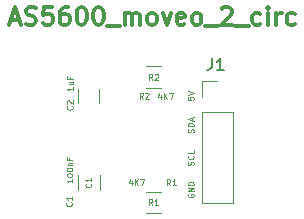
<source format=gbr>
G04 #@! TF.GenerationSoftware,KiCad,Pcbnew,5.0.2-bee76a0~70~ubuntu18.04.1*
G04 #@! TF.CreationDate,2018-11-28T17:48:58+01:00*
G04 #@! TF.ProjectId,AS5600_moveo_2_circ,41533536-3030-45f6-9d6f-76656f5f325f,rev?*
G04 #@! TF.SameCoordinates,Original*
G04 #@! TF.FileFunction,Legend,Top*
G04 #@! TF.FilePolarity,Positive*
%FSLAX46Y46*%
G04 Gerber Fmt 4.6, Leading zero omitted, Abs format (unit mm)*
G04 Created by KiCad (PCBNEW 5.0.2-bee76a0~70~ubuntu18.04.1) date mié 28 nov 2018 17:48:58 CET*
%MOMM*%
%LPD*%
G01*
G04 APERTURE LIST*
%ADD10C,0.300000*%
%ADD11C,0.100000*%
%ADD12C,0.120000*%
%ADD13C,0.150000*%
G04 APERTURE END LIST*
D10*
X135779585Y-74341800D02*
X136493871Y-74341800D01*
X135636728Y-74770371D02*
X136136728Y-73270371D01*
X136636728Y-74770371D01*
X137065300Y-74698942D02*
X137279585Y-74770371D01*
X137636728Y-74770371D01*
X137779585Y-74698942D01*
X137851014Y-74627514D01*
X137922442Y-74484657D01*
X137922442Y-74341800D01*
X137851014Y-74198942D01*
X137779585Y-74127514D01*
X137636728Y-74056085D01*
X137351014Y-73984657D01*
X137208157Y-73913228D01*
X137136728Y-73841800D01*
X137065300Y-73698942D01*
X137065300Y-73556085D01*
X137136728Y-73413228D01*
X137208157Y-73341800D01*
X137351014Y-73270371D01*
X137708157Y-73270371D01*
X137922442Y-73341800D01*
X139279585Y-73270371D02*
X138565300Y-73270371D01*
X138493871Y-73984657D01*
X138565300Y-73913228D01*
X138708157Y-73841800D01*
X139065300Y-73841800D01*
X139208157Y-73913228D01*
X139279585Y-73984657D01*
X139351014Y-74127514D01*
X139351014Y-74484657D01*
X139279585Y-74627514D01*
X139208157Y-74698942D01*
X139065300Y-74770371D01*
X138708157Y-74770371D01*
X138565300Y-74698942D01*
X138493871Y-74627514D01*
X140636728Y-73270371D02*
X140351014Y-73270371D01*
X140208157Y-73341800D01*
X140136728Y-73413228D01*
X139993871Y-73627514D01*
X139922442Y-73913228D01*
X139922442Y-74484657D01*
X139993871Y-74627514D01*
X140065300Y-74698942D01*
X140208157Y-74770371D01*
X140493871Y-74770371D01*
X140636728Y-74698942D01*
X140708157Y-74627514D01*
X140779585Y-74484657D01*
X140779585Y-74127514D01*
X140708157Y-73984657D01*
X140636728Y-73913228D01*
X140493871Y-73841800D01*
X140208157Y-73841800D01*
X140065300Y-73913228D01*
X139993871Y-73984657D01*
X139922442Y-74127514D01*
X141708157Y-73270371D02*
X141851014Y-73270371D01*
X141993871Y-73341800D01*
X142065300Y-73413228D01*
X142136728Y-73556085D01*
X142208157Y-73841800D01*
X142208157Y-74198942D01*
X142136728Y-74484657D01*
X142065300Y-74627514D01*
X141993871Y-74698942D01*
X141851014Y-74770371D01*
X141708157Y-74770371D01*
X141565300Y-74698942D01*
X141493871Y-74627514D01*
X141422442Y-74484657D01*
X141351014Y-74198942D01*
X141351014Y-73841800D01*
X141422442Y-73556085D01*
X141493871Y-73413228D01*
X141565300Y-73341800D01*
X141708157Y-73270371D01*
X143136728Y-73270371D02*
X143279585Y-73270371D01*
X143422442Y-73341800D01*
X143493871Y-73413228D01*
X143565300Y-73556085D01*
X143636728Y-73841800D01*
X143636728Y-74198942D01*
X143565300Y-74484657D01*
X143493871Y-74627514D01*
X143422442Y-74698942D01*
X143279585Y-74770371D01*
X143136728Y-74770371D01*
X142993871Y-74698942D01*
X142922442Y-74627514D01*
X142851014Y-74484657D01*
X142779585Y-74198942D01*
X142779585Y-73841800D01*
X142851014Y-73556085D01*
X142922442Y-73413228D01*
X142993871Y-73341800D01*
X143136728Y-73270371D01*
X143922442Y-74913228D02*
X145065300Y-74913228D01*
X145422442Y-74770371D02*
X145422442Y-73770371D01*
X145422442Y-73913228D02*
X145493871Y-73841800D01*
X145636728Y-73770371D01*
X145851014Y-73770371D01*
X145993871Y-73841800D01*
X146065300Y-73984657D01*
X146065300Y-74770371D01*
X146065300Y-73984657D02*
X146136728Y-73841800D01*
X146279585Y-73770371D01*
X146493871Y-73770371D01*
X146636728Y-73841800D01*
X146708157Y-73984657D01*
X146708157Y-74770371D01*
X147636728Y-74770371D02*
X147493871Y-74698942D01*
X147422442Y-74627514D01*
X147351014Y-74484657D01*
X147351014Y-74056085D01*
X147422442Y-73913228D01*
X147493871Y-73841800D01*
X147636728Y-73770371D01*
X147851014Y-73770371D01*
X147993871Y-73841800D01*
X148065300Y-73913228D01*
X148136728Y-74056085D01*
X148136728Y-74484657D01*
X148065300Y-74627514D01*
X147993871Y-74698942D01*
X147851014Y-74770371D01*
X147636728Y-74770371D01*
X148636728Y-73770371D02*
X148993871Y-74770371D01*
X149351014Y-73770371D01*
X150493871Y-74698942D02*
X150351014Y-74770371D01*
X150065300Y-74770371D01*
X149922442Y-74698942D01*
X149851014Y-74556085D01*
X149851014Y-73984657D01*
X149922442Y-73841800D01*
X150065300Y-73770371D01*
X150351014Y-73770371D01*
X150493871Y-73841800D01*
X150565300Y-73984657D01*
X150565300Y-74127514D01*
X149851014Y-74270371D01*
X151422442Y-74770371D02*
X151279585Y-74698942D01*
X151208157Y-74627514D01*
X151136728Y-74484657D01*
X151136728Y-74056085D01*
X151208157Y-73913228D01*
X151279585Y-73841800D01*
X151422442Y-73770371D01*
X151636728Y-73770371D01*
X151779585Y-73841800D01*
X151851014Y-73913228D01*
X151922442Y-74056085D01*
X151922442Y-74484657D01*
X151851014Y-74627514D01*
X151779585Y-74698942D01*
X151636728Y-74770371D01*
X151422442Y-74770371D01*
X152208157Y-74913228D02*
X153351014Y-74913228D01*
X153636728Y-73413228D02*
X153708157Y-73341800D01*
X153851014Y-73270371D01*
X154208157Y-73270371D01*
X154351014Y-73341800D01*
X154422442Y-73413228D01*
X154493871Y-73556085D01*
X154493871Y-73698942D01*
X154422442Y-73913228D01*
X153565300Y-74770371D01*
X154493871Y-74770371D01*
X154779585Y-74913228D02*
X155922442Y-74913228D01*
X156922442Y-74698942D02*
X156779585Y-74770371D01*
X156493871Y-74770371D01*
X156351014Y-74698942D01*
X156279585Y-74627514D01*
X156208157Y-74484657D01*
X156208157Y-74056085D01*
X156279585Y-73913228D01*
X156351014Y-73841800D01*
X156493871Y-73770371D01*
X156779585Y-73770371D01*
X156922442Y-73841800D01*
X157565300Y-74770371D02*
X157565300Y-73770371D01*
X157565300Y-73270371D02*
X157493871Y-73341800D01*
X157565300Y-73413228D01*
X157636728Y-73341800D01*
X157565300Y-73270371D01*
X157565300Y-73413228D01*
X158279585Y-74770371D02*
X158279585Y-73770371D01*
X158279585Y-74056085D02*
X158351014Y-73913228D01*
X158422442Y-73841800D01*
X158565300Y-73770371D01*
X158708157Y-73770371D01*
X159851014Y-74698942D02*
X159708157Y-74770371D01*
X159422442Y-74770371D01*
X159279585Y-74698942D01*
X159208157Y-74627514D01*
X159136728Y-74484657D01*
X159136728Y-74056085D01*
X159208157Y-73913228D01*
X159279585Y-73841800D01*
X159422442Y-73770371D01*
X159708157Y-73770371D01*
X159851014Y-73841800D01*
D11*
X151256180Y-83893742D02*
X151279990Y-83822314D01*
X151279990Y-83703266D01*
X151256180Y-83655647D01*
X151232371Y-83631838D01*
X151184752Y-83608028D01*
X151137133Y-83608028D01*
X151089514Y-83631838D01*
X151065704Y-83655647D01*
X151041895Y-83703266D01*
X151018085Y-83798504D01*
X150994276Y-83846123D01*
X150970466Y-83869933D01*
X150922847Y-83893742D01*
X150875228Y-83893742D01*
X150827609Y-83869933D01*
X150803800Y-83846123D01*
X150779990Y-83798504D01*
X150779990Y-83679457D01*
X150803800Y-83608028D01*
X151279990Y-83393742D02*
X150779990Y-83393742D01*
X150779990Y-83274695D01*
X150803800Y-83203266D01*
X150851419Y-83155647D01*
X150899038Y-83131838D01*
X150994276Y-83108028D01*
X151065704Y-83108028D01*
X151160942Y-83131838D01*
X151208561Y-83155647D01*
X151256180Y-83203266D01*
X151279990Y-83274695D01*
X151279990Y-83393742D01*
X151137133Y-82917552D02*
X151137133Y-82679457D01*
X151279990Y-82965171D02*
X150779990Y-82798504D01*
X151279990Y-82631838D01*
X151256180Y-86650438D02*
X151279990Y-86579009D01*
X151279990Y-86459961D01*
X151256180Y-86412342D01*
X151232371Y-86388533D01*
X151184752Y-86364723D01*
X151137133Y-86364723D01*
X151089514Y-86388533D01*
X151065704Y-86412342D01*
X151041895Y-86459961D01*
X151018085Y-86555200D01*
X150994276Y-86602819D01*
X150970466Y-86626628D01*
X150922847Y-86650438D01*
X150875228Y-86650438D01*
X150827609Y-86626628D01*
X150803800Y-86602819D01*
X150779990Y-86555200D01*
X150779990Y-86436152D01*
X150803800Y-86364723D01*
X151232371Y-85864723D02*
X151256180Y-85888533D01*
X151279990Y-85959961D01*
X151279990Y-86007580D01*
X151256180Y-86079009D01*
X151208561Y-86126628D01*
X151160942Y-86150438D01*
X151065704Y-86174247D01*
X150994276Y-86174247D01*
X150899038Y-86150438D01*
X150851419Y-86126628D01*
X150803800Y-86079009D01*
X150779990Y-86007580D01*
X150779990Y-85959961D01*
X150803800Y-85888533D01*
X150827609Y-85864723D01*
X151279990Y-85412342D02*
X151279990Y-85650438D01*
X150779990Y-85650438D01*
X150803800Y-89103152D02*
X150779990Y-89150771D01*
X150779990Y-89222200D01*
X150803800Y-89293628D01*
X150851419Y-89341247D01*
X150899038Y-89365057D01*
X150994276Y-89388866D01*
X151065704Y-89388866D01*
X151160942Y-89365057D01*
X151208561Y-89341247D01*
X151256180Y-89293628D01*
X151279990Y-89222200D01*
X151279990Y-89174580D01*
X151256180Y-89103152D01*
X151232371Y-89079342D01*
X151065704Y-89079342D01*
X151065704Y-89174580D01*
X151279990Y-88865057D02*
X150779990Y-88865057D01*
X151279990Y-88579342D01*
X150779990Y-88579342D01*
X151279990Y-88341247D02*
X150779990Y-88341247D01*
X150779990Y-88222200D01*
X150803800Y-88150771D01*
X150851419Y-88103152D01*
X150899038Y-88079342D01*
X150994276Y-88055533D01*
X151065704Y-88055533D01*
X151160942Y-88079342D01*
X151208561Y-88103152D01*
X151256180Y-88150771D01*
X151279990Y-88222200D01*
X151279990Y-88341247D01*
X150779990Y-80892638D02*
X150779990Y-81130733D01*
X151018085Y-81154542D01*
X150994276Y-81130733D01*
X150970466Y-81083114D01*
X150970466Y-80964066D01*
X150994276Y-80916447D01*
X151018085Y-80892638D01*
X151065704Y-80868828D01*
X151184752Y-80868828D01*
X151232371Y-80892638D01*
X151256180Y-80916447D01*
X151279990Y-80964066D01*
X151279990Y-81083114D01*
X151256180Y-81130733D01*
X151232371Y-81154542D01*
X150779990Y-80725971D02*
X151279990Y-80559304D01*
X150779990Y-80392638D01*
D12*
G04 #@! TO.C,C1*
X141507800Y-87539036D02*
X141507800Y-88743164D01*
X143327800Y-87539036D02*
X143327800Y-88743164D01*
G04 #@! TO.C,C2*
X143289700Y-81439164D02*
X143289700Y-80235036D01*
X141469700Y-81439164D02*
X141469700Y-80235036D01*
G04 #@! TO.C,J1*
X151946300Y-89836300D02*
X154606300Y-89836300D01*
X151946300Y-82156300D02*
X151946300Y-89836300D01*
X154606300Y-82156300D02*
X154606300Y-89836300D01*
X151946300Y-82156300D02*
X154606300Y-82156300D01*
X151946300Y-80886300D02*
X151946300Y-79556300D01*
X151946300Y-79556300D02*
X153276300Y-79556300D01*
G04 #@! TO.C,R1*
X147264036Y-90724400D02*
X148468164Y-90724400D01*
X147264036Y-88904400D02*
X148468164Y-88904400D01*
G04 #@! TO.C,R2*
X148468164Y-78312600D02*
X147264036Y-78312600D01*
X148468164Y-80132600D02*
X147264036Y-80132600D01*
G04 #@! TO.C,C1*
D11*
X142558271Y-88221333D02*
X142582080Y-88245142D01*
X142605890Y-88316571D01*
X142605890Y-88364190D01*
X142582080Y-88435619D01*
X142534461Y-88483238D01*
X142486842Y-88507047D01*
X142391604Y-88530857D01*
X142320176Y-88530857D01*
X142224938Y-88507047D01*
X142177319Y-88483238D01*
X142129700Y-88435619D01*
X142105890Y-88364190D01*
X142105890Y-88316571D01*
X142129700Y-88245142D01*
X142153509Y-88221333D01*
X142605890Y-87745142D02*
X142605890Y-88030857D01*
X142605890Y-87888000D02*
X142105890Y-87888000D01*
X142177319Y-87935619D01*
X142224938Y-87983238D01*
X142248747Y-88030857D01*
X141005690Y-87845009D02*
X141005690Y-88130723D01*
X141005690Y-87987866D02*
X140505690Y-87987866D01*
X140577119Y-88035485D01*
X140624738Y-88083104D01*
X140648547Y-88130723D01*
X140505690Y-87535485D02*
X140505690Y-87487866D01*
X140529500Y-87440247D01*
X140553309Y-87416438D01*
X140600928Y-87392628D01*
X140696166Y-87368819D01*
X140815214Y-87368819D01*
X140910452Y-87392628D01*
X140958071Y-87416438D01*
X140981880Y-87440247D01*
X141005690Y-87487866D01*
X141005690Y-87535485D01*
X140981880Y-87583104D01*
X140958071Y-87606914D01*
X140910452Y-87630723D01*
X140815214Y-87654533D01*
X140696166Y-87654533D01*
X140600928Y-87630723D01*
X140553309Y-87606914D01*
X140529500Y-87583104D01*
X140505690Y-87535485D01*
X140505690Y-87059295D02*
X140505690Y-87011676D01*
X140529500Y-86964057D01*
X140553309Y-86940247D01*
X140600928Y-86916438D01*
X140696166Y-86892628D01*
X140815214Y-86892628D01*
X140910452Y-86916438D01*
X140958071Y-86940247D01*
X140981880Y-86964057D01*
X141005690Y-87011676D01*
X141005690Y-87059295D01*
X140981880Y-87106914D01*
X140958071Y-87130723D01*
X140910452Y-87154533D01*
X140815214Y-87178342D01*
X140696166Y-87178342D01*
X140600928Y-87154533D01*
X140553309Y-87130723D01*
X140529500Y-87106914D01*
X140505690Y-87059295D01*
X140672357Y-86678342D02*
X141005690Y-86678342D01*
X140719976Y-86678342D02*
X140696166Y-86654533D01*
X140672357Y-86606914D01*
X140672357Y-86535485D01*
X140696166Y-86487866D01*
X140743785Y-86464057D01*
X141005690Y-86464057D01*
X140743785Y-86059295D02*
X140743785Y-86225961D01*
X141005690Y-86225961D02*
X140505690Y-86225961D01*
X140505690Y-85987866D01*
X140919971Y-89808833D02*
X140943780Y-89832642D01*
X140967590Y-89904071D01*
X140967590Y-89951690D01*
X140943780Y-90023119D01*
X140896161Y-90070738D01*
X140848542Y-90094547D01*
X140753304Y-90118357D01*
X140681876Y-90118357D01*
X140586638Y-90094547D01*
X140539019Y-90070738D01*
X140491400Y-90023119D01*
X140467590Y-89951690D01*
X140467590Y-89904071D01*
X140491400Y-89832642D01*
X140515209Y-89808833D01*
X140967590Y-89332642D02*
X140967590Y-89618357D01*
X140967590Y-89475500D02*
X140467590Y-89475500D01*
X140539019Y-89523119D01*
X140586638Y-89570738D01*
X140610447Y-89618357D01*
G04 #@! TO.C,C2*
X140983471Y-81667433D02*
X141007280Y-81691242D01*
X141031090Y-81762671D01*
X141031090Y-81810290D01*
X141007280Y-81881719D01*
X140959661Y-81929338D01*
X140912042Y-81953147D01*
X140816804Y-81976957D01*
X140745376Y-81976957D01*
X140650138Y-81953147D01*
X140602519Y-81929338D01*
X140554900Y-81881719D01*
X140531090Y-81810290D01*
X140531090Y-81762671D01*
X140554900Y-81691242D01*
X140578709Y-81667433D01*
X140578709Y-81476957D02*
X140554900Y-81453147D01*
X140531090Y-81405528D01*
X140531090Y-81286480D01*
X140554900Y-81238861D01*
X140578709Y-81215052D01*
X140626328Y-81191242D01*
X140673947Y-81191242D01*
X140745376Y-81215052D01*
X141031090Y-81500766D01*
X141031090Y-81191242D01*
X141043790Y-80040219D02*
X141043790Y-80325933D01*
X141043790Y-80183076D02*
X140543790Y-80183076D01*
X140615219Y-80230695D01*
X140662838Y-80278314D01*
X140686647Y-80325933D01*
X140710457Y-79611647D02*
X141043790Y-79611647D01*
X140710457Y-79825933D02*
X140972361Y-79825933D01*
X141019980Y-79802123D01*
X141043790Y-79754504D01*
X141043790Y-79683076D01*
X141019980Y-79635457D01*
X140996171Y-79611647D01*
X140781885Y-79206885D02*
X140781885Y-79373552D01*
X141043790Y-79373552D02*
X140543790Y-79373552D01*
X140543790Y-79135457D01*
G04 #@! TO.C,J1*
D13*
X152803266Y-77608180D02*
X152803266Y-78322466D01*
X152755647Y-78465323D01*
X152660409Y-78560561D01*
X152517552Y-78608180D01*
X152422314Y-78608180D01*
X153803266Y-78608180D02*
X153231838Y-78608180D01*
X153517552Y-78608180D02*
X153517552Y-77608180D01*
X153422314Y-77751038D01*
X153327076Y-77846276D01*
X153231838Y-77893895D01*
G04 #@! TO.C,R1*
D11*
X149294066Y-88376890D02*
X149127400Y-88138795D01*
X149008352Y-88376890D02*
X149008352Y-87876890D01*
X149198828Y-87876890D01*
X149246447Y-87900700D01*
X149270257Y-87924509D01*
X149294066Y-87972128D01*
X149294066Y-88043557D01*
X149270257Y-88091176D01*
X149246447Y-88114985D01*
X149198828Y-88138795D01*
X149008352Y-88138795D01*
X149770257Y-88376890D02*
X149484542Y-88376890D01*
X149627400Y-88376890D02*
X149627400Y-87876890D01*
X149579780Y-87948319D01*
X149532161Y-87995938D01*
X149484542Y-88019747D01*
X146038142Y-88043557D02*
X146038142Y-88376890D01*
X145919095Y-87853080D02*
X145800047Y-88210223D01*
X146109571Y-88210223D01*
X146300047Y-88376890D02*
X146300047Y-87876890D01*
X146585761Y-88376890D02*
X146371476Y-88091176D01*
X146585761Y-87876890D02*
X146300047Y-88162604D01*
X146752428Y-87876890D02*
X147085761Y-87876890D01*
X146871476Y-88376890D01*
X147782766Y-90040590D02*
X147616100Y-89802495D01*
X147497052Y-90040590D02*
X147497052Y-89540590D01*
X147687528Y-89540590D01*
X147735147Y-89564400D01*
X147758957Y-89588209D01*
X147782766Y-89635828D01*
X147782766Y-89707257D01*
X147758957Y-89754876D01*
X147735147Y-89778685D01*
X147687528Y-89802495D01*
X147497052Y-89802495D01*
X148258957Y-90040590D02*
X147973242Y-90040590D01*
X148116100Y-90040590D02*
X148116100Y-89540590D01*
X148068480Y-89612019D01*
X148020861Y-89659638D01*
X147973242Y-89683447D01*
G04 #@! TO.C,R2*
X146984966Y-81036290D02*
X146818300Y-80798195D01*
X146699252Y-81036290D02*
X146699252Y-80536290D01*
X146889728Y-80536290D01*
X146937347Y-80560100D01*
X146961157Y-80583909D01*
X146984966Y-80631528D01*
X146984966Y-80702957D01*
X146961157Y-80750576D01*
X146937347Y-80774385D01*
X146889728Y-80798195D01*
X146699252Y-80798195D01*
X147175442Y-80583909D02*
X147199252Y-80560100D01*
X147246871Y-80536290D01*
X147365919Y-80536290D01*
X147413538Y-80560100D01*
X147437347Y-80583909D01*
X147461157Y-80631528D01*
X147461157Y-80679147D01*
X147437347Y-80750576D01*
X147151633Y-81036290D01*
X147461157Y-81036290D01*
X148478842Y-80728357D02*
X148478842Y-81061690D01*
X148359795Y-80537880D02*
X148240747Y-80895023D01*
X148550271Y-80895023D01*
X148740747Y-81061690D02*
X148740747Y-80561690D01*
X149026461Y-81061690D02*
X148812176Y-80775976D01*
X149026461Y-80561690D02*
X148740747Y-80847404D01*
X149193128Y-80561690D02*
X149526461Y-80561690D01*
X149312176Y-81061690D01*
X147782766Y-79448790D02*
X147616100Y-79210695D01*
X147497052Y-79448790D02*
X147497052Y-78948790D01*
X147687528Y-78948790D01*
X147735147Y-78972600D01*
X147758957Y-78996409D01*
X147782766Y-79044028D01*
X147782766Y-79115457D01*
X147758957Y-79163076D01*
X147735147Y-79186885D01*
X147687528Y-79210695D01*
X147497052Y-79210695D01*
X147973242Y-78996409D02*
X147997052Y-78972600D01*
X148044671Y-78948790D01*
X148163719Y-78948790D01*
X148211338Y-78972600D01*
X148235147Y-78996409D01*
X148258957Y-79044028D01*
X148258957Y-79091647D01*
X148235147Y-79163076D01*
X147949433Y-79448790D01*
X148258957Y-79448790D01*
G04 #@! TD*
M02*

</source>
